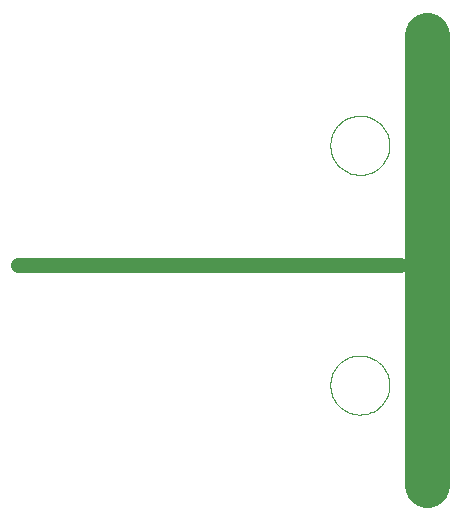
<source format=gto>
G75*
G70*
%OFA0B0*%
%FSLAX24Y24*%
%IPPOS*%
%LPD*%
%AMOC8*
5,1,8,0,0,1.08239X$1,22.5*
%
%ADD10C,0.0000*%
%ADD11C,0.0500*%
%ADD12C,0.1500*%
D10*
X010744Y004685D02*
X010746Y004747D01*
X010752Y004810D01*
X010762Y004871D01*
X010776Y004932D01*
X010793Y004992D01*
X010814Y005051D01*
X010840Y005108D01*
X010868Y005163D01*
X010900Y005217D01*
X010936Y005268D01*
X010974Y005318D01*
X011016Y005364D01*
X011060Y005408D01*
X011108Y005449D01*
X011157Y005487D01*
X011209Y005521D01*
X011263Y005552D01*
X011319Y005580D01*
X011377Y005604D01*
X011436Y005625D01*
X011496Y005641D01*
X011557Y005654D01*
X011619Y005663D01*
X011681Y005668D01*
X011744Y005669D01*
X011806Y005666D01*
X011868Y005659D01*
X011930Y005648D01*
X011990Y005633D01*
X012050Y005615D01*
X012108Y005593D01*
X012165Y005567D01*
X012220Y005537D01*
X012273Y005504D01*
X012324Y005468D01*
X012372Y005429D01*
X012418Y005386D01*
X012461Y005341D01*
X012501Y005293D01*
X012538Y005243D01*
X012572Y005190D01*
X012603Y005136D01*
X012629Y005080D01*
X012653Y005022D01*
X012672Y004962D01*
X012688Y004902D01*
X012700Y004840D01*
X012708Y004779D01*
X012712Y004716D01*
X012712Y004654D01*
X012708Y004591D01*
X012700Y004530D01*
X012688Y004468D01*
X012672Y004408D01*
X012653Y004348D01*
X012629Y004290D01*
X012603Y004234D01*
X012572Y004180D01*
X012538Y004127D01*
X012501Y004077D01*
X012461Y004029D01*
X012418Y003984D01*
X012372Y003941D01*
X012324Y003902D01*
X012273Y003866D01*
X012220Y003833D01*
X012165Y003803D01*
X012108Y003777D01*
X012050Y003755D01*
X011990Y003737D01*
X011930Y003722D01*
X011868Y003711D01*
X011806Y003704D01*
X011744Y003701D01*
X011681Y003702D01*
X011619Y003707D01*
X011557Y003716D01*
X011496Y003729D01*
X011436Y003745D01*
X011377Y003766D01*
X011319Y003790D01*
X011263Y003818D01*
X011209Y003849D01*
X011157Y003883D01*
X011108Y003921D01*
X011060Y003962D01*
X011016Y004006D01*
X010974Y004052D01*
X010936Y004102D01*
X010900Y004153D01*
X010868Y004207D01*
X010840Y004262D01*
X010814Y004319D01*
X010793Y004378D01*
X010776Y004438D01*
X010762Y004499D01*
X010752Y004560D01*
X010746Y004623D01*
X010744Y004685D01*
X010744Y012677D02*
X010746Y012739D01*
X010752Y012802D01*
X010762Y012863D01*
X010776Y012924D01*
X010793Y012984D01*
X010814Y013043D01*
X010840Y013100D01*
X010868Y013155D01*
X010900Y013209D01*
X010936Y013260D01*
X010974Y013310D01*
X011016Y013356D01*
X011060Y013400D01*
X011108Y013441D01*
X011157Y013479D01*
X011209Y013513D01*
X011263Y013544D01*
X011319Y013572D01*
X011377Y013596D01*
X011436Y013617D01*
X011496Y013633D01*
X011557Y013646D01*
X011619Y013655D01*
X011681Y013660D01*
X011744Y013661D01*
X011806Y013658D01*
X011868Y013651D01*
X011930Y013640D01*
X011990Y013625D01*
X012050Y013607D01*
X012108Y013585D01*
X012165Y013559D01*
X012220Y013529D01*
X012273Y013496D01*
X012324Y013460D01*
X012372Y013421D01*
X012418Y013378D01*
X012461Y013333D01*
X012501Y013285D01*
X012538Y013235D01*
X012572Y013182D01*
X012603Y013128D01*
X012629Y013072D01*
X012653Y013014D01*
X012672Y012954D01*
X012688Y012894D01*
X012700Y012832D01*
X012708Y012771D01*
X012712Y012708D01*
X012712Y012646D01*
X012708Y012583D01*
X012700Y012522D01*
X012688Y012460D01*
X012672Y012400D01*
X012653Y012340D01*
X012629Y012282D01*
X012603Y012226D01*
X012572Y012172D01*
X012538Y012119D01*
X012501Y012069D01*
X012461Y012021D01*
X012418Y011976D01*
X012372Y011933D01*
X012324Y011894D01*
X012273Y011858D01*
X012220Y011825D01*
X012165Y011795D01*
X012108Y011769D01*
X012050Y011747D01*
X011990Y011729D01*
X011930Y011714D01*
X011868Y011703D01*
X011806Y011696D01*
X011744Y011693D01*
X011681Y011694D01*
X011619Y011699D01*
X011557Y011708D01*
X011496Y011721D01*
X011436Y011737D01*
X011377Y011758D01*
X011319Y011782D01*
X011263Y011810D01*
X011209Y011841D01*
X011157Y011875D01*
X011108Y011913D01*
X011060Y011954D01*
X011016Y011998D01*
X010974Y012044D01*
X010936Y012094D01*
X010900Y012145D01*
X010868Y012199D01*
X010840Y012254D01*
X010814Y012311D01*
X010793Y012370D01*
X010776Y012430D01*
X010762Y012491D01*
X010752Y012552D01*
X010746Y012615D01*
X010744Y012677D01*
D11*
X013067Y008700D02*
X000350Y008700D01*
D12*
X013976Y001350D02*
X013976Y016350D01*
M02*

</source>
